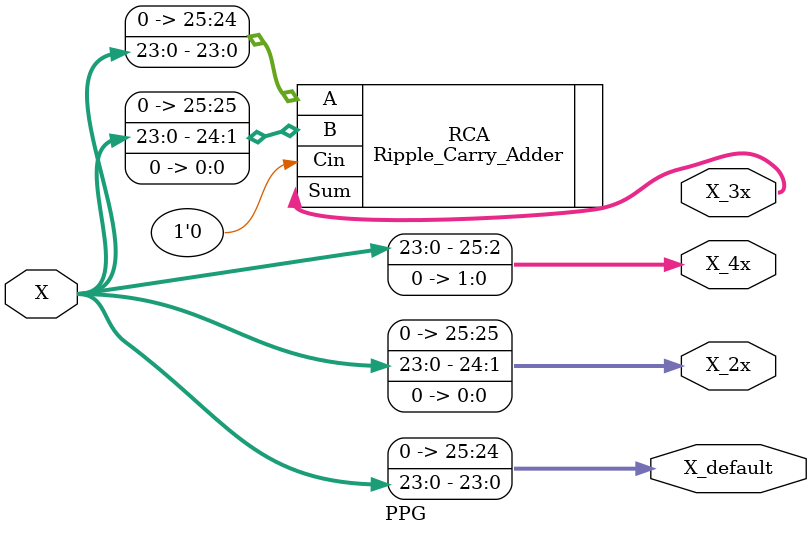
<source format=sv>


module PPG #(
		parameter N = 23	// input mantissa - 23 bits
	)(
	input  logic [N:0] X,	  		  	// mantissa 23 bit + 1 hidden bit = 24 bit
	output logic [(N+2):0] X_default,	// 26-bits
	output logic [(N+2):0] X_2x,		// 26-bits
	output logic [(N+2):0] X_3x,		// 26-bits
	output logic [(N+2):0] X_4x			// 26-bits
);
	Ripple_Carry_Adder #(.N(N+3)) RCA(		// 26-bit adder
										.A(X_default),
										.B(X_2x),
										.Cin(1'b0),
										.Sum(X_3x)		// 3X
									);
	always_comb begin : products
		X_default  = {2'b00, X};
		X_2x 	   = (X_default << 1);	// 2X
		X_4x 	   = (X_default << 2);  // 4X
	end
endmodule
</source>
